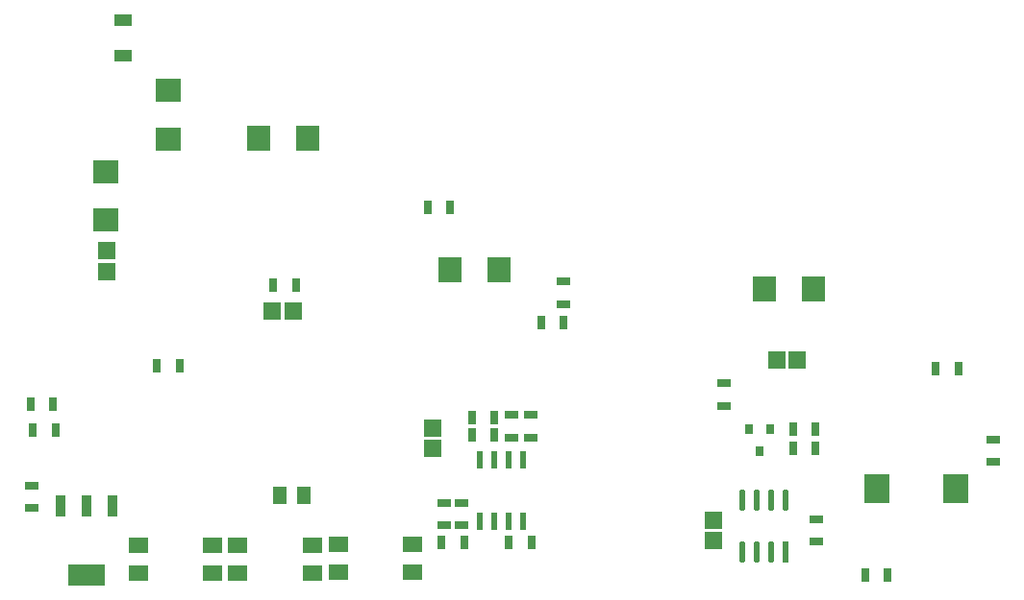
<source format=gbr>
%TF.GenerationSoftware,Altium Limited,Altium Designer,21.6.4 (81)*%
G04 Layer_Color=128*
%FSLAX43Y43*%
%MOMM*%
%TF.SameCoordinates,100B324C-8CEB-4A13-B8D1-7C84912F4746*%
%TF.FilePolarity,Positive*%
%TF.FileFunction,Paste,Bot*%
%TF.Part,Single*%
G01*
G75*
%TA.AperFunction,SMDPad,CuDef*%
%ADD49R,0.800X0.900*%
%ADD50R,0.800X1.250*%
%ADD51R,0.600X1.500*%
%ADD52R,2.200X2.500*%
%ADD53R,1.250X0.800*%
%TA.AperFunction,TestPad*%
%ADD54R,2.000X2.300*%
%TA.AperFunction,SMDPad,CuDef*%
%ADD55R,2.300X2.000*%
%ADD56R,1.800X1.450*%
%ADD57R,1.600X1.000*%
%TA.AperFunction,ConnectorPad*%
%ADD58R,3.250X1.900*%
%ADD59R,0.950X1.900*%
%TA.AperFunction,SMDPad,CuDef*%
%ADD60R,0.543X1.874*%
G04:AMPARAMS|DCode=61|XSize=1.874mm|YSize=0.543mm|CornerRadius=0.272mm|HoleSize=0mm|Usage=FLASHONLY|Rotation=90.000|XOffset=0mm|YOffset=0mm|HoleType=Round|Shape=RoundedRectangle|*
%AMROUNDEDRECTD61*
21,1,1.874,0.000,0,0,90.0*
21,1,1.331,0.543,0,0,90.0*
1,1,0.543,0.000,0.665*
1,1,0.543,0.000,-0.665*
1,1,0.543,0.000,-0.665*
1,1,0.543,0.000,0.665*
%
%ADD61ROUNDEDRECTD61*%
%ADD62R,1.556X1.505*%
%ADD63R,1.207X1.508*%
%ADD64R,2.000X2.300*%
%ADD65R,1.505X1.556*%
D49*
X66553Y14173D02*
D03*
X68453D02*
D03*
X67503Y12173D02*
D03*
D50*
X50274Y23597D02*
D03*
X48274D02*
D03*
X70447Y12487D02*
D03*
X72447D02*
D03*
X42180Y15214D02*
D03*
X44180D02*
D03*
Y13644D02*
D03*
X42180D02*
D03*
X78800Y1274D02*
D03*
X76800D02*
D03*
X72447Y14173D02*
D03*
X70447D02*
D03*
X85023Y19456D02*
D03*
X83023D02*
D03*
X14469Y19787D02*
D03*
X16469D02*
D03*
X5318Y16332D02*
D03*
X3318D02*
D03*
X47431Y4179D02*
D03*
X45431D02*
D03*
X5500Y14071D02*
D03*
X3500D02*
D03*
X38268Y33738D02*
D03*
X40268D02*
D03*
X41488Y4154D02*
D03*
X39488D02*
D03*
X24679Y26848D02*
D03*
X26679D02*
D03*
D51*
X42901Y11467D02*
D03*
X44171D02*
D03*
X45441D02*
D03*
X46711D02*
D03*
X42901Y6067D02*
D03*
X44171D02*
D03*
X45441D02*
D03*
X46711D02*
D03*
D52*
X84781Y8915D02*
D03*
X77881D02*
D03*
D53*
X64338Y18200D02*
D03*
Y16200D02*
D03*
X47396Y13406D02*
D03*
Y15406D02*
D03*
X39725Y7655D02*
D03*
Y5655D02*
D03*
X41300Y7659D02*
D03*
Y5659D02*
D03*
X3400Y9193D02*
D03*
Y7193D02*
D03*
X88074Y13243D02*
D03*
Y11243D02*
D03*
X72543Y6235D02*
D03*
Y4235D02*
D03*
X45669Y15406D02*
D03*
Y13406D02*
D03*
X50274Y27162D02*
D03*
Y25162D02*
D03*
D54*
X67929Y26543D02*
D03*
X72229D02*
D03*
D55*
X9906Y32588D02*
D03*
Y36888D02*
D03*
X15443Y39735D02*
D03*
Y44035D02*
D03*
D56*
X19328Y1467D02*
D03*
X12778D02*
D03*
X19328Y3917D02*
D03*
X12778D02*
D03*
X28116Y1467D02*
D03*
X21566D02*
D03*
X28116Y3917D02*
D03*
X21566D02*
D03*
X36955Y1520D02*
D03*
X30405D02*
D03*
X36955Y3970D02*
D03*
X30405D02*
D03*
D57*
X11430Y47066D02*
D03*
Y50266D02*
D03*
D58*
X8255Y1301D02*
D03*
D59*
X10555Y7401D02*
D03*
X8255D02*
D03*
X5955D02*
D03*
D60*
X69799Y3293D02*
D03*
D61*
X68529D02*
D03*
X67259D02*
D03*
X65989D02*
D03*
Y7925D02*
D03*
X67259D02*
D03*
X68529D02*
D03*
X69799D02*
D03*
D62*
X63491Y6119D02*
D03*
Y4317D02*
D03*
X9982Y29882D02*
D03*
Y28081D02*
D03*
X38710Y14261D02*
D03*
Y12460D02*
D03*
D63*
X25289Y8357D02*
D03*
X27391D02*
D03*
D64*
X23428Y39853D02*
D03*
X27728D02*
D03*
X40287Y28256D02*
D03*
X44587D02*
D03*
D65*
X69051Y20269D02*
D03*
X70852D02*
D03*
X26428Y24587D02*
D03*
X24626D02*
D03*
%TF.MD5,f726b9ed9ec560a03a7b5522afc35514*%
M02*

</source>
